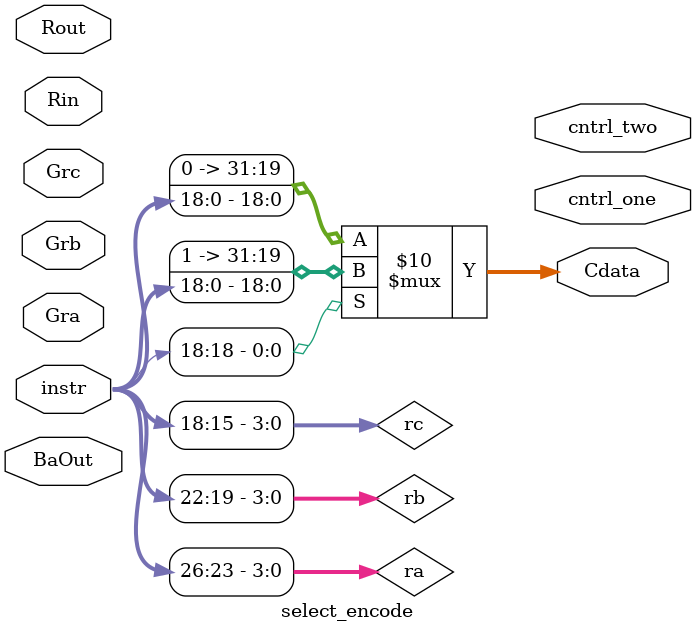
<source format=v>
module select_encode(
	input Gra,Grb,Grc,Rin,Rout,BaOut,
	input [31:0] instr,
	output [31:0] Cdata,
	output [15:0] cntrl_one, cntrl_two
);

	wire[3:0] ra, rb, rc, decoder_in;
	wire[15:0] decoder_out;
	assign ra = instr[26:23];
	assign rb = instr[22:19];
	assign rc = instr[18:15];
	
	// maybe add logic assigning those to the correct part of instruction register
	
	assign decoder_in = (ra&{4{Gra}})| (rb&{4{Grb}})|(rc&{4{Grc}});
	
	decoder_4_to_16 out(decoder_in,decoder_out);
	
	wire Rout_en;
	assign Rout_en = BaOut | Rout;
	assign ctrl_one = Rin ? decoder_out : 16'b0; 
	assign ctrl_two = Rout_en ? decoder_out : 16'b0; 
											
	assign Cdata = (instr[18] == 1) ? {{13{1'b1}}, instr[18:0]} : {13'b0, instr[18:0]};
											
endmodule
</source>
